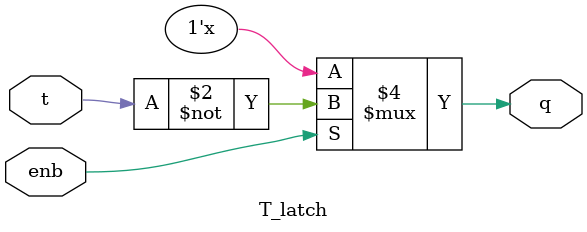
<source format=v>
module T_latch(input t,enb,output reg q);

always@(*)begin
	if(enb)begin
		q = ~t;
	end
	else begin
		q = q;
	end
end
endmodule


</source>
